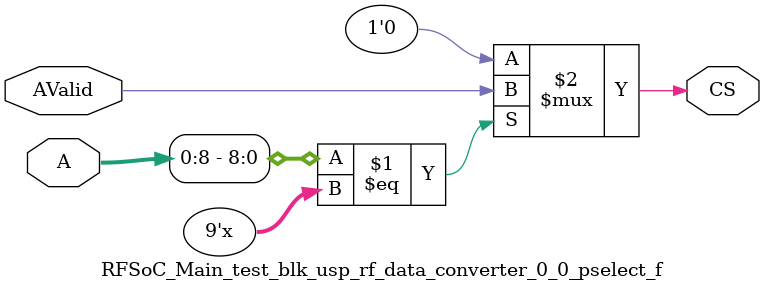
<source format=v>
`timescale 1 ps/1 ps

module RFSoC_Main_test_blk_usp_rf_data_converter_0_0_pselect_f ( A, AValid, CS) ;

parameter C_AB  = 9;
parameter C_AW  = 32;
parameter [0:C_AW - 1] C_BAR =  'bz;
parameter C_FAMILY  = "nofamily";
input[0:C_AW-1] A; 
input AValid; 
output CS; 
wire CS;
parameter [0:C_AB-1]BAR = C_BAR[0:C_AB-1];

//----------------------------------------------------------------------------
// Build a behavioral decoder
//----------------------------------------------------------------------------
generate
if (C_AB > 0) begin : XST_WA
assign CS = (A[0:C_AB - 1] == BAR[0:C_AB - 1]) ? AValid : 1'b0 ;
end
endgenerate

generate
if (C_AB == 0) begin : PASS_ON_GEN
assign CS = AValid ;
end
endgenerate
endmodule

</source>
